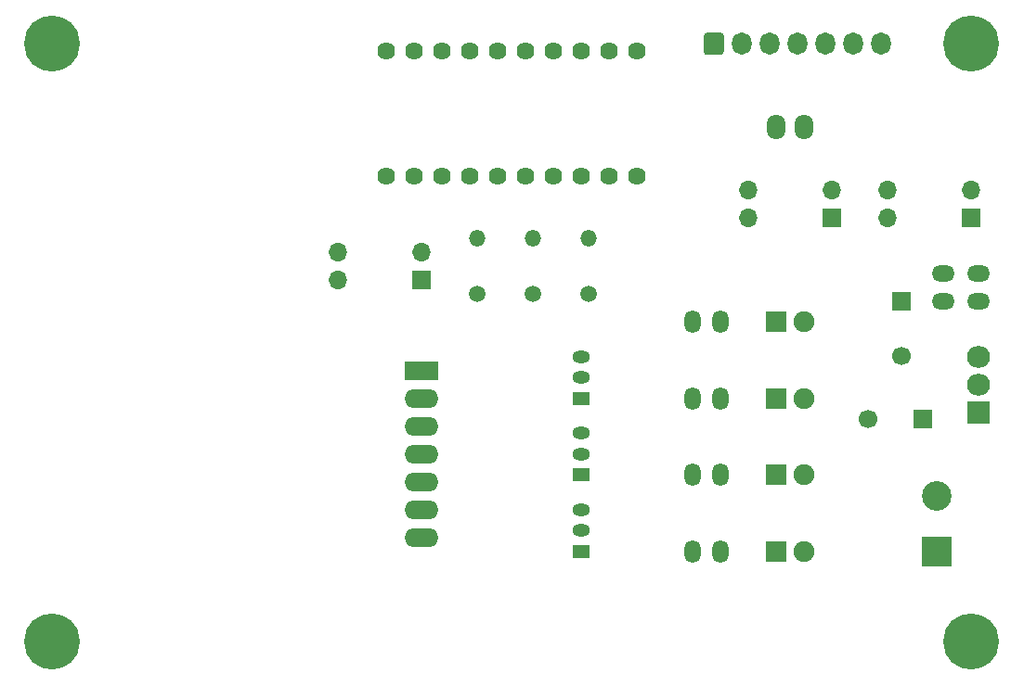
<source format=gbr>
%TF.GenerationSoftware,KiCad,Pcbnew,(5.1.6)-1*%
%TF.CreationDate,2021-06-18T09:44:19+05:30*%
%TF.ProjectId,PCB LoRa 32,50434220-4c6f-4526-9120-33322e6b6963,rev?*%
%TF.SameCoordinates,Original*%
%TF.FileFunction,Soldermask,Bot*%
%TF.FilePolarity,Negative*%
%FSLAX46Y46*%
G04 Gerber Fmt 4.6, Leading zero omitted, Abs format (unit mm)*
G04 Created by KiCad (PCBNEW (5.1.6)-1) date 2021-06-18 09:44:19*
%MOMM*%
%LPD*%
G01*
G04 APERTURE LIST*
%ADD10R,3.100000X1.700000*%
%ADD11O,3.100000X1.700000*%
%ADD12R,1.700000X1.700000*%
%ADD13O,1.700000X1.700000*%
%ADD14O,1.500000X2.100000*%
%ADD15O,2.100000X1.500000*%
%ADD16O,1.700000X2.300000*%
%ADD17R,1.900000X1.900000*%
%ADD18C,1.900000*%
%ADD19O,1.600000X1.150000*%
%ADD20R,1.600000X1.150000*%
%ADD21C,5.100000*%
%ADD22R,2.100000X2.005000*%
%ADD23O,2.100000X2.005000*%
%ADD24O,1.800000X2.050000*%
%ADD25O,1.500000X1.500000*%
%ADD26C,1.500000*%
%ADD27R,2.700000X2.700000*%
%ADD28C,2.700000*%
%ADD29C,1.624000*%
%ADD30C,1.700000*%
G04 APERTURE END LIST*
D10*
%TO.C,A1*%
X145415000Y-86995000D03*
D11*
X145415000Y-89535000D03*
X145415000Y-92075000D03*
X145415000Y-94615000D03*
X145415000Y-97155000D03*
X145415000Y-99695000D03*
X145415000Y-102235000D03*
%TD*%
D12*
%TO.C,SW3*%
X145415000Y-78740000D03*
D13*
X137795000Y-76200000D03*
X145415000Y-76200000D03*
X137795000Y-78740000D03*
%TD*%
D12*
%TO.C,SW1*%
X195580000Y-73025000D03*
D13*
X187960000Y-70485000D03*
X195580000Y-70485000D03*
X187960000Y-73025000D03*
%TD*%
%TO.C,SW2*%
X175260000Y-73025000D03*
X182880000Y-70485000D03*
X175260000Y-70485000D03*
D12*
X182880000Y-73025000D03*
%TD*%
D14*
%TO.C,R100*%
X170180000Y-103505000D03*
X172720000Y-103505000D03*
%TD*%
%TO.C,R100_1*%
X170180000Y-96520000D03*
X172720000Y-96520000D03*
%TD*%
%TO.C,R100_2*%
X170180000Y-89535000D03*
X172720000Y-89535000D03*
%TD*%
%TO.C,R1k1*%
X170180000Y-82550000D03*
X172720000Y-82550000D03*
%TD*%
D15*
%TO.C,8k2*%
X193040000Y-78105000D03*
X193040000Y-80645000D03*
%TD*%
%TO.C,8k1*%
X196215000Y-78105000D03*
X196215000Y-80645000D03*
%TD*%
D16*
%TO.C,.*%
X177800000Y-64770000D03*
%TD*%
%TO.C,.*%
X180340000Y-64770000D03*
%TD*%
D17*
%TO.C,D1*%
X177800000Y-103505000D03*
D18*
X180340000Y-103505000D03*
%TD*%
D19*
%TO.C,Q1*%
X160020000Y-101600000D03*
X160020000Y-99695000D03*
D20*
X160020000Y-103505000D03*
%TD*%
%TO.C,Q2*%
X160020000Y-96520000D03*
D19*
X160020000Y-92710000D03*
X160020000Y-94615000D03*
%TD*%
%TO.C,Q3*%
X160020000Y-87630000D03*
X160020000Y-85725000D03*
D20*
X160020000Y-89535000D03*
%TD*%
D21*
%TO.C,.*%
X111760000Y-57150000D03*
%TD*%
%TO.C,.*%
X195580000Y-57150000D03*
%TD*%
%TO.C,.*%
X195580000Y-111760000D03*
%TD*%
%TO.C,.*%
X111760000Y-111760000D03*
%TD*%
D18*
%TO.C,D2*%
X180340000Y-96520000D03*
D17*
X177800000Y-96520000D03*
%TD*%
%TO.C,D3*%
X177800000Y-89535000D03*
D18*
X180340000Y-89535000D03*
%TD*%
D17*
%TO.C,D4*%
X177800000Y-82550000D03*
D18*
X180340000Y-82550000D03*
%TD*%
D22*
%TO.C,U1*%
X196215000Y-90805000D03*
D23*
X196215000Y-88265000D03*
X196215000Y-85725000D03*
%TD*%
%TO.C,J3*%
G36*
G01*
X171185000Y-57910294D02*
X171185000Y-56389706D01*
G75*
G02*
X171449706Y-56125000I264706J0D01*
G01*
X172720294Y-56125000D01*
G75*
G02*
X172985000Y-56389706I0J-264706D01*
G01*
X172985000Y-57910294D01*
G75*
G02*
X172720294Y-58175000I-264706J0D01*
G01*
X171449706Y-58175000D01*
G75*
G02*
X171185000Y-57910294I0J264706D01*
G01*
G37*
D24*
X174625000Y-57150000D03*
X177165000Y-57150000D03*
X179705000Y-57150000D03*
X182245000Y-57150000D03*
X184785000Y-57150000D03*
X187325000Y-57150000D03*
%TD*%
D25*
%TO.C,R4k1*%
X155575000Y-74930000D03*
D26*
X155575000Y-80010000D03*
%TD*%
%TO.C,R4k2*%
X150495000Y-80010000D03*
D25*
X150495000Y-74930000D03*
%TD*%
D26*
%TO.C,R4k7*%
X160655000Y-80010000D03*
D25*
X160655000Y-74930000D03*
%TD*%
D27*
%TO.C,J4*%
X192405000Y-103505000D03*
D28*
X192405000Y-98425000D03*
%TD*%
D29*
%TO.C,LL1*%
X165100000Y-57785000D03*
X162560000Y-57785000D03*
X160020000Y-57785000D03*
X157480000Y-57785000D03*
X154940000Y-57785000D03*
X152400000Y-57785000D03*
X149860000Y-57785000D03*
X147320000Y-57785000D03*
X144780000Y-57785000D03*
X142240000Y-57785000D03*
X142240000Y-69215000D03*
X144780000Y-69215000D03*
X147320000Y-69215000D03*
X149860000Y-69215000D03*
X152400000Y-69215000D03*
X154940000Y-69215000D03*
X157480000Y-69215000D03*
X160020000Y-69215000D03*
X162560000Y-69215000D03*
X165100000Y-69215000D03*
%TD*%
D12*
%TO.C,C100n1*%
X191135000Y-91440000D03*
D30*
X186135000Y-91440000D03*
%TD*%
%TO.C,C100n2*%
X189230000Y-85645000D03*
D12*
X189230000Y-80645000D03*
%TD*%
M02*

</source>
